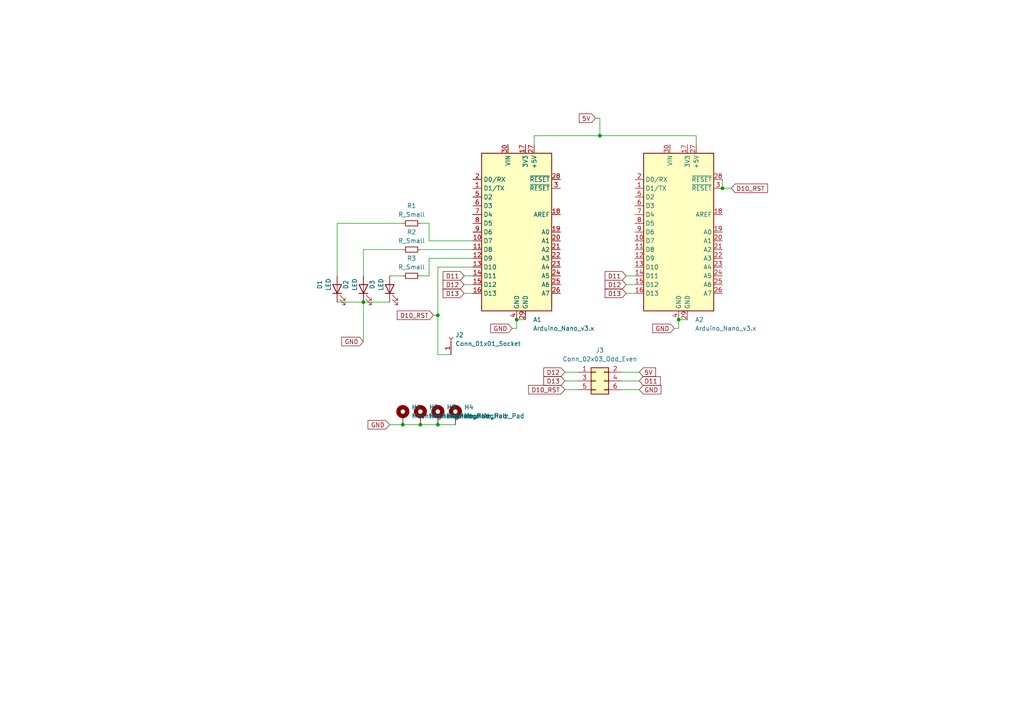
<source format=kicad_sch>
(kicad_sch (version 20230121) (generator eeschema)

  (uuid a3483800-f7dd-45d4-9f0f-3f6996cb5e31)

  (paper "A4")

  (lib_symbols
    (symbol "Connector:Conn_01x01_Socket" (pin_names (offset 1.016) hide) (in_bom yes) (on_board yes)
      (property "Reference" "J" (at 0 2.54 0)
        (effects (font (size 1.27 1.27)))
      )
      (property "Value" "Conn_01x01_Socket" (at 0 -2.54 0)
        (effects (font (size 1.27 1.27)))
      )
      (property "Footprint" "" (at 0 0 0)
        (effects (font (size 1.27 1.27)) hide)
      )
      (property "Datasheet" "~" (at 0 0 0)
        (effects (font (size 1.27 1.27)) hide)
      )
      (property "ki_locked" "" (at 0 0 0)
        (effects (font (size 1.27 1.27)))
      )
      (property "ki_keywords" "connector" (at 0 0 0)
        (effects (font (size 1.27 1.27)) hide)
      )
      (property "ki_description" "Generic connector, single row, 01x01, script generated" (at 0 0 0)
        (effects (font (size 1.27 1.27)) hide)
      )
      (property "ki_fp_filters" "Connector*:*_1x??_*" (at 0 0 0)
        (effects (font (size 1.27 1.27)) hide)
      )
      (symbol "Conn_01x01_Socket_1_1"
        (polyline
          (pts
            (xy -1.27 0)
            (xy -0.508 0)
          )
          (stroke (width 0.1524) (type default))
          (fill (type none))
        )
        (arc (start 0 0.508) (mid -0.5058 0) (end 0 -0.508)
          (stroke (width 0.1524) (type default))
          (fill (type none))
        )
        (pin passive line (at -5.08 0 0) (length 3.81)
          (name "Pin_1" (effects (font (size 1.27 1.27))))
          (number "1" (effects (font (size 1.27 1.27))))
        )
      )
    )
    (symbol "Connector_Generic:Conn_02x03_Odd_Even" (pin_names (offset 1.016) hide) (in_bom yes) (on_board yes)
      (property "Reference" "J" (at 1.27 5.08 0)
        (effects (font (size 1.27 1.27)))
      )
      (property "Value" "Conn_02x03_Odd_Even" (at 1.27 -5.08 0)
        (effects (font (size 1.27 1.27)))
      )
      (property "Footprint" "" (at 0 0 0)
        (effects (font (size 1.27 1.27)) hide)
      )
      (property "Datasheet" "~" (at 0 0 0)
        (effects (font (size 1.27 1.27)) hide)
      )
      (property "ki_keywords" "connector" (at 0 0 0)
        (effects (font (size 1.27 1.27)) hide)
      )
      (property "ki_description" "Generic connector, double row, 02x03, odd/even pin numbering scheme (row 1 odd numbers, row 2 even numbers), script generated (kicad-library-utils/schlib/autogen/connector/)" (at 0 0 0)
        (effects (font (size 1.27 1.27)) hide)
      )
      (property "ki_fp_filters" "Connector*:*_2x??_*" (at 0 0 0)
        (effects (font (size 1.27 1.27)) hide)
      )
      (symbol "Conn_02x03_Odd_Even_1_1"
        (rectangle (start -1.27 -2.413) (end 0 -2.667)
          (stroke (width 0.1524) (type default))
          (fill (type none))
        )
        (rectangle (start -1.27 0.127) (end 0 -0.127)
          (stroke (width 0.1524) (type default))
          (fill (type none))
        )
        (rectangle (start -1.27 2.667) (end 0 2.413)
          (stroke (width 0.1524) (type default))
          (fill (type none))
        )
        (rectangle (start -1.27 3.81) (end 3.81 -3.81)
          (stroke (width 0.254) (type default))
          (fill (type background))
        )
        (rectangle (start 3.81 -2.413) (end 2.54 -2.667)
          (stroke (width 0.1524) (type default))
          (fill (type none))
        )
        (rectangle (start 3.81 0.127) (end 2.54 -0.127)
          (stroke (width 0.1524) (type default))
          (fill (type none))
        )
        (rectangle (start 3.81 2.667) (end 2.54 2.413)
          (stroke (width 0.1524) (type default))
          (fill (type none))
        )
        (pin passive line (at -5.08 2.54 0) (length 3.81)
          (name "Pin_1" (effects (font (size 1.27 1.27))))
          (number "1" (effects (font (size 1.27 1.27))))
        )
        (pin passive line (at 7.62 2.54 180) (length 3.81)
          (name "Pin_2" (effects (font (size 1.27 1.27))))
          (number "2" (effects (font (size 1.27 1.27))))
        )
        (pin passive line (at -5.08 0 0) (length 3.81)
          (name "Pin_3" (effects (font (size 1.27 1.27))))
          (number "3" (effects (font (size 1.27 1.27))))
        )
        (pin passive line (at 7.62 0 180) (length 3.81)
          (name "Pin_4" (effects (font (size 1.27 1.27))))
          (number "4" (effects (font (size 1.27 1.27))))
        )
        (pin passive line (at -5.08 -2.54 0) (length 3.81)
          (name "Pin_5" (effects (font (size 1.27 1.27))))
          (number "5" (effects (font (size 1.27 1.27))))
        )
        (pin passive line (at 7.62 -2.54 180) (length 3.81)
          (name "Pin_6" (effects (font (size 1.27 1.27))))
          (number "6" (effects (font (size 1.27 1.27))))
        )
      )
    )
    (symbol "Device:LED" (pin_numbers hide) (pin_names (offset 1.016) hide) (in_bom yes) (on_board yes)
      (property "Reference" "D" (at 0 2.54 0)
        (effects (font (size 1.27 1.27)))
      )
      (property "Value" "LED" (at 0 -2.54 0)
        (effects (font (size 1.27 1.27)))
      )
      (property "Footprint" "" (at 0 0 0)
        (effects (font (size 1.27 1.27)) hide)
      )
      (property "Datasheet" "~" (at 0 0 0)
        (effects (font (size 1.27 1.27)) hide)
      )
      (property "ki_keywords" "LED diode" (at 0 0 0)
        (effects (font (size 1.27 1.27)) hide)
      )
      (property "ki_description" "Light emitting diode" (at 0 0 0)
        (effects (font (size 1.27 1.27)) hide)
      )
      (property "ki_fp_filters" "LED* LED_SMD:* LED_THT:*" (at 0 0 0)
        (effects (font (size 1.27 1.27)) hide)
      )
      (symbol "LED_0_1"
        (polyline
          (pts
            (xy -1.27 -1.27)
            (xy -1.27 1.27)
          )
          (stroke (width 0.254) (type default))
          (fill (type none))
        )
        (polyline
          (pts
            (xy -1.27 0)
            (xy 1.27 0)
          )
          (stroke (width 0) (type default))
          (fill (type none))
        )
        (polyline
          (pts
            (xy 1.27 -1.27)
            (xy 1.27 1.27)
            (xy -1.27 0)
            (xy 1.27 -1.27)
          )
          (stroke (width 0.254) (type default))
          (fill (type none))
        )
        (polyline
          (pts
            (xy -3.048 -0.762)
            (xy -4.572 -2.286)
            (xy -3.81 -2.286)
            (xy -4.572 -2.286)
            (xy -4.572 -1.524)
          )
          (stroke (width 0) (type default))
          (fill (type none))
        )
        (polyline
          (pts
            (xy -1.778 -0.762)
            (xy -3.302 -2.286)
            (xy -2.54 -2.286)
            (xy -3.302 -2.286)
            (xy -3.302 -1.524)
          )
          (stroke (width 0) (type default))
          (fill (type none))
        )
      )
      (symbol "LED_1_1"
        (pin passive line (at -3.81 0 0) (length 2.54)
          (name "K" (effects (font (size 1.27 1.27))))
          (number "1" (effects (font (size 1.27 1.27))))
        )
        (pin passive line (at 3.81 0 180) (length 2.54)
          (name "A" (effects (font (size 1.27 1.27))))
          (number "2" (effects (font (size 1.27 1.27))))
        )
      )
    )
    (symbol "Device:R_Small" (pin_numbers hide) (pin_names (offset 0.254) hide) (in_bom yes) (on_board yes)
      (property "Reference" "R" (at 0.762 0.508 0)
        (effects (font (size 1.27 1.27)) (justify left))
      )
      (property "Value" "R_Small" (at 0.762 -1.016 0)
        (effects (font (size 1.27 1.27)) (justify left))
      )
      (property "Footprint" "" (at 0 0 0)
        (effects (font (size 1.27 1.27)) hide)
      )
      (property "Datasheet" "~" (at 0 0 0)
        (effects (font (size 1.27 1.27)) hide)
      )
      (property "ki_keywords" "R resistor" (at 0 0 0)
        (effects (font (size 1.27 1.27)) hide)
      )
      (property "ki_description" "Resistor, small symbol" (at 0 0 0)
        (effects (font (size 1.27 1.27)) hide)
      )
      (property "ki_fp_filters" "R_*" (at 0 0 0)
        (effects (font (size 1.27 1.27)) hide)
      )
      (symbol "R_Small_0_1"
        (rectangle (start -0.762 1.778) (end 0.762 -1.778)
          (stroke (width 0.2032) (type default))
          (fill (type none))
        )
      )
      (symbol "R_Small_1_1"
        (pin passive line (at 0 2.54 270) (length 0.762)
          (name "~" (effects (font (size 1.27 1.27))))
          (number "1" (effects (font (size 1.27 1.27))))
        )
        (pin passive line (at 0 -2.54 90) (length 0.762)
          (name "~" (effects (font (size 1.27 1.27))))
          (number "2" (effects (font (size 1.27 1.27))))
        )
      )
    )
    (symbol "MCU_Module:Arduino_Nano_v3.x" (in_bom yes) (on_board yes)
      (property "Reference" "A" (at -10.16 23.495 0)
        (effects (font (size 1.27 1.27)) (justify left bottom))
      )
      (property "Value" "Arduino_Nano_v3.x" (at 5.08 -24.13 0)
        (effects (font (size 1.27 1.27)) (justify left top))
      )
      (property "Footprint" "Module:Arduino_Nano" (at 0 0 0)
        (effects (font (size 1.27 1.27) italic) hide)
      )
      (property "Datasheet" "http://www.mouser.com/pdfdocs/Gravitech_Arduino_Nano3_0.pdf" (at 0 0 0)
        (effects (font (size 1.27 1.27)) hide)
      )
      (property "ki_keywords" "Arduino nano microcontroller module USB" (at 0 0 0)
        (effects (font (size 1.27 1.27)) hide)
      )
      (property "ki_description" "Arduino Nano v3.x" (at 0 0 0)
        (effects (font (size 1.27 1.27)) hide)
      )
      (property "ki_fp_filters" "Arduino*Nano*" (at 0 0 0)
        (effects (font (size 1.27 1.27)) hide)
      )
      (symbol "Arduino_Nano_v3.x_0_1"
        (rectangle (start -10.16 22.86) (end 10.16 -22.86)
          (stroke (width 0.254) (type default))
          (fill (type background))
        )
      )
      (symbol "Arduino_Nano_v3.x_1_1"
        (pin bidirectional line (at -12.7 12.7 0) (length 2.54)
          (name "D1/TX" (effects (font (size 1.27 1.27))))
          (number "1" (effects (font (size 1.27 1.27))))
        )
        (pin bidirectional line (at -12.7 -2.54 0) (length 2.54)
          (name "D7" (effects (font (size 1.27 1.27))))
          (number "10" (effects (font (size 1.27 1.27))))
        )
        (pin bidirectional line (at -12.7 -5.08 0) (length 2.54)
          (name "D8" (effects (font (size 1.27 1.27))))
          (number "11" (effects (font (size 1.27 1.27))))
        )
        (pin bidirectional line (at -12.7 -7.62 0) (length 2.54)
          (name "D9" (effects (font (size 1.27 1.27))))
          (number "12" (effects (font (size 1.27 1.27))))
        )
        (pin bidirectional line (at -12.7 -10.16 0) (length 2.54)
          (name "D10" (effects (font (size 1.27 1.27))))
          (number "13" (effects (font (size 1.27 1.27))))
        )
        (pin bidirectional line (at -12.7 -12.7 0) (length 2.54)
          (name "D11" (effects (font (size 1.27 1.27))))
          (number "14" (effects (font (size 1.27 1.27))))
        )
        (pin bidirectional line (at -12.7 -15.24 0) (length 2.54)
          (name "D12" (effects (font (size 1.27 1.27))))
          (number "15" (effects (font (size 1.27 1.27))))
        )
        (pin bidirectional line (at -12.7 -17.78 0) (length 2.54)
          (name "D13" (effects (font (size 1.27 1.27))))
          (number "16" (effects (font (size 1.27 1.27))))
        )
        (pin power_out line (at 2.54 25.4 270) (length 2.54)
          (name "3V3" (effects (font (size 1.27 1.27))))
          (number "17" (effects (font (size 1.27 1.27))))
        )
        (pin input line (at 12.7 5.08 180) (length 2.54)
          (name "AREF" (effects (font (size 1.27 1.27))))
          (number "18" (effects (font (size 1.27 1.27))))
        )
        (pin bidirectional line (at 12.7 0 180) (length 2.54)
          (name "A0" (effects (font (size 1.27 1.27))))
          (number "19" (effects (font (size 1.27 1.27))))
        )
        (pin bidirectional line (at -12.7 15.24 0) (length 2.54)
          (name "D0/RX" (effects (font (size 1.27 1.27))))
          (number "2" (effects (font (size 1.27 1.27))))
        )
        (pin bidirectional line (at 12.7 -2.54 180) (length 2.54)
          (name "A1" (effects (font (size 1.27 1.27))))
          (number "20" (effects (font (size 1.27 1.27))))
        )
        (pin bidirectional line (at 12.7 -5.08 180) (length 2.54)
          (name "A2" (effects (font (size 1.27 1.27))))
          (number "21" (effects (font (size 1.27 1.27))))
        )
        (pin bidirectional line (at 12.7 -7.62 180) (length 2.54)
          (name "A3" (effects (font (size 1.27 1.27))))
          (number "22" (effects (font (size 1.27 1.27))))
        )
        (pin bidirectional line (at 12.7 -10.16 180) (length 2.54)
          (name "A4" (effects (font (size 1.27 1.27))))
          (number "23" (effects (font (size 1.27 1.27))))
        )
        (pin bidirectional line (at 12.7 -12.7 180) (length 2.54)
          (name "A5" (effects (font (size 1.27 1.27))))
          (number "24" (effects (font (size 1.27 1.27))))
        )
        (pin bidirectional line (at 12.7 -15.24 180) (length 2.54)
          (name "A6" (effects (font (size 1.27 1.27))))
          (number "25" (effects (font (size 1.27 1.27))))
        )
        (pin bidirectional line (at 12.7 -17.78 180) (length 2.54)
          (name "A7" (effects (font (size 1.27 1.27))))
          (number "26" (effects (font (size 1.27 1.27))))
        )
        (pin power_out line (at 5.08 25.4 270) (length 2.54)
          (name "+5V" (effects (font (size 1.27 1.27))))
          (number "27" (effects (font (size 1.27 1.27))))
        )
        (pin input line (at 12.7 15.24 180) (length 2.54)
          (name "~{RESET}" (effects (font (size 1.27 1.27))))
          (number "28" (effects (font (size 1.27 1.27))))
        )
        (pin power_in line (at 2.54 -25.4 90) (length 2.54)
          (name "GND" (effects (font (size 1.27 1.27))))
          (number "29" (effects (font (size 1.27 1.27))))
        )
        (pin input line (at 12.7 12.7 180) (length 2.54)
          (name "~{RESET}" (effects (font (size 1.27 1.27))))
          (number "3" (effects (font (size 1.27 1.27))))
        )
        (pin power_in line (at -2.54 25.4 270) (length 2.54)
          (name "VIN" (effects (font (size 1.27 1.27))))
          (number "30" (effects (font (size 1.27 1.27))))
        )
        (pin power_in line (at 0 -25.4 90) (length 2.54)
          (name "GND" (effects (font (size 1.27 1.27))))
          (number "4" (effects (font (size 1.27 1.27))))
        )
        (pin bidirectional line (at -12.7 10.16 0) (length 2.54)
          (name "D2" (effects (font (size 1.27 1.27))))
          (number "5" (effects (font (size 1.27 1.27))))
        )
        (pin bidirectional line (at -12.7 7.62 0) (length 2.54)
          (name "D3" (effects (font (size 1.27 1.27))))
          (number "6" (effects (font (size 1.27 1.27))))
        )
        (pin bidirectional line (at -12.7 5.08 0) (length 2.54)
          (name "D4" (effects (font (size 1.27 1.27))))
          (number "7" (effects (font (size 1.27 1.27))))
        )
        (pin bidirectional line (at -12.7 2.54 0) (length 2.54)
          (name "D5" (effects (font (size 1.27 1.27))))
          (number "8" (effects (font (size 1.27 1.27))))
        )
        (pin bidirectional line (at -12.7 0 0) (length 2.54)
          (name "D6" (effects (font (size 1.27 1.27))))
          (number "9" (effects (font (size 1.27 1.27))))
        )
      )
    )
    (symbol "Mechanical:MountingHole_Pad" (pin_numbers hide) (pin_names (offset 1.016) hide) (in_bom yes) (on_board yes)
      (property "Reference" "H" (at 0 6.35 0)
        (effects (font (size 1.27 1.27)))
      )
      (property "Value" "MountingHole_Pad" (at 0 4.445 0)
        (effects (font (size 1.27 1.27)))
      )
      (property "Footprint" "" (at 0 0 0)
        (effects (font (size 1.27 1.27)) hide)
      )
      (property "Datasheet" "~" (at 0 0 0)
        (effects (font (size 1.27 1.27)) hide)
      )
      (property "ki_keywords" "mounting hole" (at 0 0 0)
        (effects (font (size 1.27 1.27)) hide)
      )
      (property "ki_description" "Mounting Hole with connection" (at 0 0 0)
        (effects (font (size 1.27 1.27)) hide)
      )
      (property "ki_fp_filters" "MountingHole*Pad*" (at 0 0 0)
        (effects (font (size 1.27 1.27)) hide)
      )
      (symbol "MountingHole_Pad_0_1"
        (circle (center 0 1.27) (radius 1.27)
          (stroke (width 1.27) (type default))
          (fill (type none))
        )
      )
      (symbol "MountingHole_Pad_1_1"
        (pin input line (at 0 -2.54 90) (length 2.54)
          (name "1" (effects (font (size 1.27 1.27))))
          (number "1" (effects (font (size 1.27 1.27))))
        )
      )
    )
  )

  (junction (at 173.99 39.37) (diameter 0) (color 0 0 0 0)
    (uuid 1b4b6648-842c-41d0-8b53-5c88b7fe990c)
  )
  (junction (at 149.86 92.71) (diameter 0) (color 0 0 0 0)
    (uuid 27b5f4d1-f327-4b3e-8ec7-b823122140d6)
  )
  (junction (at 127 123.19) (diameter 0) (color 0 0 0 0)
    (uuid 3079d93b-730d-4222-93a3-b5ff90a0381b)
  )
  (junction (at 105.41 87.63) (diameter 0) (color 0 0 0 0)
    (uuid 4b1472fd-326c-49c7-b563-fcfd8eadc71f)
  )
  (junction (at 116.84 123.19) (diameter 0) (color 0 0 0 0)
    (uuid 5a80de07-30a2-4ec6-90ee-28ad97b71f36)
  )
  (junction (at 209.55 54.61) (diameter 0) (color 0 0 0 0)
    (uuid bd96d046-f247-4a10-aaec-62b6ffee6eaf)
  )
  (junction (at 127 91.44) (diameter 0) (color 0 0 0 0)
    (uuid c6bfd528-82d4-45e1-963a-7842b1fbc2fc)
  )
  (junction (at 121.92 123.19) (diameter 0) (color 0 0 0 0)
    (uuid f93aacc6-e488-41bb-bfa5-642396e8cfb5)
  )
  (junction (at 196.85 92.71) (diameter 0) (color 0 0 0 0)
    (uuid fee754d9-fdb5-4323-a12e-d5cff4a22961)
  )

  (wire (pts (xy 130.81 102.87) (xy 127 102.87))
    (stroke (width 0) (type default))
    (uuid 0818f16b-0186-459c-962a-879df7bd0a50)
  )
  (wire (pts (xy 149.86 92.71) (xy 152.4 92.71))
    (stroke (width 0) (type default))
    (uuid 11a26617-9df5-4381-86b0-7c92680c3890)
  )
  (wire (pts (xy 173.99 34.29) (xy 172.72 34.29))
    (stroke (width 0) (type default))
    (uuid 127ed936-3411-48b0-a72d-b1fb1bce2cb7)
  )
  (wire (pts (xy 124.46 69.85) (xy 124.46 64.77))
    (stroke (width 0) (type default))
    (uuid 20a7d302-4532-462a-9ad7-d09e0368650a)
  )
  (wire (pts (xy 209.55 54.61) (xy 212.09 54.61))
    (stroke (width 0) (type default))
    (uuid 24fcea99-8c8b-48bc-a434-ce27de1a4bf8)
  )
  (wire (pts (xy 154.94 39.37) (xy 173.99 39.37))
    (stroke (width 0) (type default))
    (uuid 28785563-1861-4d9e-a27f-c8b2379e1e27)
  )
  (wire (pts (xy 163.83 113.03) (xy 167.64 113.03))
    (stroke (width 0) (type default))
    (uuid 28b658ac-d1ea-4189-8fc4-307c54cf9eca)
  )
  (wire (pts (xy 124.46 74.93) (xy 124.46 80.01))
    (stroke (width 0) (type default))
    (uuid 39573cea-885a-4ca8-9870-f5c0eb410424)
  )
  (wire (pts (xy 181.61 85.09) (xy 184.15 85.09))
    (stroke (width 0) (type default))
    (uuid 3973a80a-925d-4bf9-92f5-002cd2eb1926)
  )
  (wire (pts (xy 195.58 95.25) (xy 196.85 95.25))
    (stroke (width 0) (type default))
    (uuid 437d6484-61e1-45d0-a1f4-4e297129494c)
  )
  (wire (pts (xy 134.62 82.55) (xy 137.16 82.55))
    (stroke (width 0) (type default))
    (uuid 4768bada-9faf-46ab-b050-67785b79897a)
  )
  (wire (pts (xy 181.61 80.01) (xy 184.15 80.01))
    (stroke (width 0) (type default))
    (uuid 4bf19f9e-ade4-450a-9ade-c55fbec71661)
  )
  (wire (pts (xy 137.16 69.85) (xy 124.46 69.85))
    (stroke (width 0) (type default))
    (uuid 54d51ecd-1d0b-4518-9356-693fbc2aad27)
  )
  (wire (pts (xy 180.34 110.49) (xy 185.42 110.49))
    (stroke (width 0) (type default))
    (uuid 5dd0eebd-5a1a-470f-ba1b-359d55cdc574)
  )
  (wire (pts (xy 116.84 72.39) (xy 105.41 72.39))
    (stroke (width 0) (type default))
    (uuid 6136843b-c7d5-4cb0-a5a0-8c383420a5fb)
  )
  (wire (pts (xy 105.41 87.63) (xy 113.03 87.63))
    (stroke (width 0) (type default))
    (uuid 6729b784-04d7-462d-b025-f07c5e946345)
  )
  (wire (pts (xy 127 102.87) (xy 127 91.44))
    (stroke (width 0) (type default))
    (uuid 684d3094-143f-4f65-b5ec-cd271bd3d87a)
  )
  (wire (pts (xy 163.83 110.49) (xy 167.64 110.49))
    (stroke (width 0) (type default))
    (uuid 690422eb-d924-4628-afac-2b006eb0b4f1)
  )
  (wire (pts (xy 137.16 77.47) (xy 127 77.47))
    (stroke (width 0) (type default))
    (uuid 6aabb448-a7dd-438b-af01-10e5fe65a22d)
  )
  (wire (pts (xy 149.86 95.25) (xy 149.86 92.71))
    (stroke (width 0) (type default))
    (uuid 7119466d-cabd-4267-8b20-770803eb22d2)
  )
  (wire (pts (xy 134.62 80.01) (xy 137.16 80.01))
    (stroke (width 0) (type default))
    (uuid 72e41cc8-da48-45ef-83a7-2de841a3e030)
  )
  (wire (pts (xy 137.16 74.93) (xy 124.46 74.93))
    (stroke (width 0) (type default))
    (uuid 781d4c3d-a5c4-4b94-b050-2fa1c9063671)
  )
  (wire (pts (xy 196.85 95.25) (xy 196.85 92.71))
    (stroke (width 0) (type default))
    (uuid 78375d01-7d2b-450d-9d5e-00788bc899e4)
  )
  (wire (pts (xy 181.61 82.55) (xy 184.15 82.55))
    (stroke (width 0) (type default))
    (uuid 8000b7ac-eb58-418e-891e-b214dcc6ecad)
  )
  (wire (pts (xy 201.93 39.37) (xy 201.93 41.91))
    (stroke (width 0) (type default))
    (uuid 87d71301-ca2d-4c24-92f5-9a823695bc3f)
  )
  (wire (pts (xy 148.59 95.25) (xy 149.86 95.25))
    (stroke (width 0) (type default))
    (uuid 886a4c9c-a409-4aed-85c5-289561a65e4e)
  )
  (wire (pts (xy 116.84 123.19) (xy 121.92 123.19))
    (stroke (width 0) (type default))
    (uuid 8a21ea9b-286e-4ec1-baee-1808fa009dae)
  )
  (wire (pts (xy 105.41 87.63) (xy 105.41 99.06))
    (stroke (width 0) (type default))
    (uuid 8d23d110-94ee-45f3-8dc4-975bdeeba12a)
  )
  (wire (pts (xy 116.84 80.01) (xy 113.03 80.01))
    (stroke (width 0) (type default))
    (uuid 8d6e2f8f-ee01-4e05-8b0c-2d7c9fc648fb)
  )
  (wire (pts (xy 121.92 123.19) (xy 127 123.19))
    (stroke (width 0) (type default))
    (uuid 9000fdd6-f02e-41d9-8b57-2dbab3b227f1)
  )
  (wire (pts (xy 97.79 64.77) (xy 116.84 64.77))
    (stroke (width 0) (type default))
    (uuid 90cbe05b-8ce4-4542-986e-a9ab9c58470b)
  )
  (wire (pts (xy 180.34 113.03) (xy 185.42 113.03))
    (stroke (width 0) (type default))
    (uuid 9457c11d-bad1-4396-adb4-133c153df653)
  )
  (wire (pts (xy 173.99 39.37) (xy 173.99 34.29))
    (stroke (width 0) (type default))
    (uuid bba3cb32-dd0f-4b48-8df9-a933eb536da4)
  )
  (wire (pts (xy 173.99 39.37) (xy 201.93 39.37))
    (stroke (width 0) (type default))
    (uuid cc09f2f8-d47d-4a7f-b7a6-d32e6fff76ff)
  )
  (wire (pts (xy 124.46 80.01) (xy 121.92 80.01))
    (stroke (width 0) (type default))
    (uuid cee8d6ba-7385-479b-9345-b36b06fe6f2b)
  )
  (wire (pts (xy 134.62 85.09) (xy 137.16 85.09))
    (stroke (width 0) (type default))
    (uuid cf2bc29b-aa7d-4a17-aa76-0627bf39b892)
  )
  (wire (pts (xy 127 123.19) (xy 132.08 123.19))
    (stroke (width 0) (type default))
    (uuid cff52555-2da4-47b1-97fa-49ee284d655c)
  )
  (wire (pts (xy 196.85 92.71) (xy 199.39 92.71))
    (stroke (width 0) (type default))
    (uuid d1c93685-caf0-410d-91d4-2331962231af)
  )
  (wire (pts (xy 121.92 72.39) (xy 137.16 72.39))
    (stroke (width 0) (type default))
    (uuid d294633a-9043-4582-a8fd-337d08999167)
  )
  (wire (pts (xy 154.94 41.91) (xy 154.94 39.37))
    (stroke (width 0) (type default))
    (uuid d3dcc5a4-6a44-47d2-bd0a-1a23c1ed75ce)
  )
  (wire (pts (xy 113.03 123.19) (xy 116.84 123.19))
    (stroke (width 0) (type default))
    (uuid d4eae8e9-277a-4884-97dc-38069e959027)
  )
  (wire (pts (xy 125.73 91.44) (xy 127 91.44))
    (stroke (width 0) (type default))
    (uuid d5bca6ec-c641-4969-8e44-cc0e2da33850)
  )
  (wire (pts (xy 180.34 107.95) (xy 185.42 107.95))
    (stroke (width 0) (type default))
    (uuid da47e5e1-ad4e-4a97-aecb-59a61a8ebfdc)
  )
  (wire (pts (xy 97.79 80.01) (xy 97.79 64.77))
    (stroke (width 0) (type default))
    (uuid e33fa74c-e905-4808-8ad7-5bf404bdc504)
  )
  (wire (pts (xy 127 77.47) (xy 127 91.44))
    (stroke (width 0) (type default))
    (uuid f0b1225a-1c59-4225-8371-f550fb674c87)
  )
  (wire (pts (xy 97.79 87.63) (xy 105.41 87.63))
    (stroke (width 0) (type default))
    (uuid f43b8c46-5c58-40d5-b014-72f25a7d4ebd)
  )
  (wire (pts (xy 163.83 107.95) (xy 167.64 107.95))
    (stroke (width 0) (type default))
    (uuid f535a4d7-e1ed-43aa-8641-335cbca737c4)
  )
  (wire (pts (xy 124.46 64.77) (xy 121.92 64.77))
    (stroke (width 0) (type default))
    (uuid f6063f69-0b61-4620-a29d-cebb838f4ac7)
  )
  (wire (pts (xy 105.41 72.39) (xy 105.41 80.01))
    (stroke (width 0) (type default))
    (uuid f6c64839-5ddb-4644-a212-c0480e2bbc7f)
  )
  (wire (pts (xy 209.55 52.07) (xy 209.55 54.61))
    (stroke (width 0) (type default))
    (uuid fb6af122-9bd4-48ef-80de-0cf95f31d027)
  )

  (global_label "D11" (shape input) (at 185.42 110.49 0) (fields_autoplaced)
    (effects (font (size 1.27 1.27)) (justify left))
    (uuid 0dde05b3-7ef6-4a4f-beb3-6a9c7ff4480f)
    (property "Intersheetrefs" "${INTERSHEET_REFS}" (at 192.0942 110.49 0)
      (effects (font (size 1.27 1.27)) (justify left) hide)
    )
  )
  (global_label "D11" (shape input) (at 181.61 80.01 180) (fields_autoplaced)
    (effects (font (size 1.27 1.27)) (justify right))
    (uuid 17ca3c48-e7e1-4ea4-9b37-1b57e5d95880)
    (property "Intersheetrefs" "${INTERSHEET_REFS}" (at 174.9358 80.01 0)
      (effects (font (size 1.27 1.27)) (justify right) hide)
    )
  )
  (global_label "GND" (shape input) (at 148.59 95.25 180) (fields_autoplaced)
    (effects (font (size 1.27 1.27)) (justify right))
    (uuid 1a9a33ef-040c-4b97-a4d2-009336e3b041)
    (property "Intersheetrefs" "${INTERSHEET_REFS}" (at 141.7343 95.25 0)
      (effects (font (size 1.27 1.27)) (justify right) hide)
    )
  )
  (global_label "GND" (shape input) (at 195.58 95.25 180) (fields_autoplaced)
    (effects (font (size 1.27 1.27)) (justify right))
    (uuid 3a857470-20d0-4b85-a20f-e6b5360a3812)
    (property "Intersheetrefs" "${INTERSHEET_REFS}" (at 188.7243 95.25 0)
      (effects (font (size 1.27 1.27)) (justify right) hide)
    )
  )
  (global_label "5V" (shape input) (at 172.72 34.29 180) (fields_autoplaced)
    (effects (font (size 1.27 1.27)) (justify right))
    (uuid 7bfa1b43-74ab-46c4-b8f0-02ce896579fa)
    (property "Intersheetrefs" "${INTERSHEET_REFS}" (at 167.4367 34.29 0)
      (effects (font (size 1.27 1.27)) (justify right) hide)
    )
  )
  (global_label "5V" (shape input) (at 185.42 107.95 0) (fields_autoplaced)
    (effects (font (size 1.27 1.27)) (justify left))
    (uuid 7c4a3dfb-5a45-417c-8c58-b444d4b68b95)
    (property "Intersheetrefs" "${INTERSHEET_REFS}" (at 190.7033 107.95 0)
      (effects (font (size 1.27 1.27)) (justify left) hide)
    )
  )
  (global_label "GND" (shape input) (at 113.03 123.19 180) (fields_autoplaced)
    (effects (font (size 1.27 1.27)) (justify right))
    (uuid 8855f474-7e68-472f-9a64-5a8b1ed4bbfa)
    (property "Intersheetrefs" "${INTERSHEET_REFS}" (at 106.1743 123.19 0)
      (effects (font (size 1.27 1.27)) (justify right) hide)
    )
  )
  (global_label "GND" (shape input) (at 105.41 99.06 180) (fields_autoplaced)
    (effects (font (size 1.27 1.27)) (justify right))
    (uuid 90bb8c49-8a19-4a8f-8868-595c8ab6f80a)
    (property "Intersheetrefs" "${INTERSHEET_REFS}" (at 98.5543 99.06 0)
      (effects (font (size 1.27 1.27)) (justify right) hide)
    )
  )
  (global_label "D12" (shape input) (at 181.61 82.55 180) (fields_autoplaced)
    (effects (font (size 1.27 1.27)) (justify right))
    (uuid 941ff195-cfa8-4c5c-aed5-18e2d95dd49b)
    (property "Intersheetrefs" "${INTERSHEET_REFS}" (at 174.9358 82.55 0)
      (effects (font (size 1.27 1.27)) (justify right) hide)
    )
  )
  (global_label "D10_RST" (shape input) (at 125.73 91.44 180) (fields_autoplaced)
    (effects (font (size 1.27 1.27)) (justify right))
    (uuid 9abf5376-1db4-4aeb-8d5d-ececf3708325)
    (property "Intersheetrefs" "${INTERSHEET_REFS}" (at 114.6411 91.44 0)
      (effects (font (size 1.27 1.27)) (justify right) hide)
    )
  )
  (global_label "D10_RST" (shape input) (at 212.09 54.61 0) (fields_autoplaced)
    (effects (font (size 1.27 1.27)) (justify left))
    (uuid aba6440d-e3eb-4d2f-a21e-f2c987500d45)
    (property "Intersheetrefs" "${INTERSHEET_REFS}" (at 223.1789 54.61 0)
      (effects (font (size 1.27 1.27)) (justify left) hide)
    )
  )
  (global_label "D13" (shape input) (at 163.83 110.49 180) (fields_autoplaced)
    (effects (font (size 1.27 1.27)) (justify right))
    (uuid b5d0844e-8b1e-473c-82f6-b34414c865ce)
    (property "Intersheetrefs" "${INTERSHEET_REFS}" (at 157.1558 110.49 0)
      (effects (font (size 1.27 1.27)) (justify right) hide)
    )
  )
  (global_label "D12" (shape input) (at 163.83 107.95 180) (fields_autoplaced)
    (effects (font (size 1.27 1.27)) (justify right))
    (uuid b6836bc5-cdba-4018-b910-73573ff3f016)
    (property "Intersheetrefs" "${INTERSHEET_REFS}" (at 157.1558 107.95 0)
      (effects (font (size 1.27 1.27)) (justify right) hide)
    )
  )
  (global_label "D13" (shape input) (at 134.62 85.09 180) (fields_autoplaced)
    (effects (font (size 1.27 1.27)) (justify right))
    (uuid d3b80699-bfda-4d2e-89cd-78e47b5dbd7f)
    (property "Intersheetrefs" "${INTERSHEET_REFS}" (at 127.9458 85.09 0)
      (effects (font (size 1.27 1.27)) (justify right) hide)
    )
  )
  (global_label "GND" (shape input) (at 185.42 113.03 0) (fields_autoplaced)
    (effects (font (size 1.27 1.27)) (justify left))
    (uuid dc7cd65b-532f-47ab-9ff1-0180b8f64dd1)
    (property "Intersheetrefs" "${INTERSHEET_REFS}" (at 192.2757 113.03 0)
      (effects (font (size 1.27 1.27)) (justify left) hide)
    )
  )
  (global_label "D10_RST" (shape input) (at 163.83 113.03 180) (fields_autoplaced)
    (effects (font (size 1.27 1.27)) (justify right))
    (uuid e259b51b-4114-4485-b875-d984e1732c8d)
    (property "Intersheetrefs" "${INTERSHEET_REFS}" (at 152.7411 113.03 0)
      (effects (font (size 1.27 1.27)) (justify right) hide)
    )
  )
  (global_label "D12" (shape input) (at 134.62 82.55 180) (fields_autoplaced)
    (effects (font (size 1.27 1.27)) (justify right))
    (uuid ec8eb9b6-5339-4b49-957c-5b9df2303c77)
    (property "Intersheetrefs" "${INTERSHEET_REFS}" (at 127.9458 82.55 0)
      (effects (font (size 1.27 1.27)) (justify right) hide)
    )
  )
  (global_label "D13" (shape input) (at 181.61 85.09 180) (fields_autoplaced)
    (effects (font (size 1.27 1.27)) (justify right))
    (uuid efce9ab4-baf4-4b19-8717-78f39f6f4409)
    (property "Intersheetrefs" "${INTERSHEET_REFS}" (at 174.9358 85.09 0)
      (effects (font (size 1.27 1.27)) (justify right) hide)
    )
  )
  (global_label "D11" (shape input) (at 134.62 80.01 180) (fields_autoplaced)
    (effects (font (size 1.27 1.27)) (justify right))
    (uuid f5170268-cb81-4df7-9703-e61906a56c74)
    (property "Intersheetrefs" "${INTERSHEET_REFS}" (at 127.9458 80.01 0)
      (effects (font (size 1.27 1.27)) (justify right) hide)
    )
  )

  (symbol (lib_id "Mechanical:MountingHole_Pad") (at 121.92 120.65 0) (unit 1)
    (in_bom yes) (on_board yes) (dnp no) (fields_autoplaced)
    (uuid 1378c55e-0256-4aed-a6cc-8977e69ede1f)
    (property "Reference" "H2" (at 124.46 118.11 0)
      (effects (font (size 1.27 1.27)) (justify left))
    )
    (property "Value" "MountingHole_Pad" (at 124.46 120.65 0)
      (effects (font (size 1.27 1.27)) (justify left))
    )
    (property "Footprint" "MountingHole:MountingHole_3.2mm_M3_Pad" (at 121.92 120.65 0)
      (effects (font (size 1.27 1.27)) hide)
    )
    (property "Datasheet" "~" (at 121.92 120.65 0)
      (effects (font (size 1.27 1.27)) hide)
    )
    (pin "1" (uuid d7baded3-b8a8-48cb-b92f-a3fbf7ac9e90))
    (instances
      (project "icsp_programmer"
        (path "/a3483800-f7dd-45d4-9f0f-3f6996cb5e31"
          (reference "H2") (unit 1)
        )
      )
    )
  )

  (symbol (lib_id "Device:R_Small") (at 119.38 80.01 270) (unit 1)
    (in_bom yes) (on_board yes) (dnp no) (fields_autoplaced)
    (uuid 169fdea4-eab8-40cc-8d58-036e1bb4cb61)
    (property "Reference" "R3" (at 119.38 74.93 90)
      (effects (font (size 1.27 1.27)))
    )
    (property "Value" "R_Small" (at 119.38 77.47 90)
      (effects (font (size 1.27 1.27)))
    )
    (property "Footprint" "Resistor_THT:R_Axial_DIN0207_L6.3mm_D2.5mm_P7.62mm_Horizontal" (at 119.38 80.01 0)
      (effects (font (size 1.27 1.27)) hide)
    )
    (property "Datasheet" "~" (at 119.38 80.01 0)
      (effects (font (size 1.27 1.27)) hide)
    )
    (pin "2" (uuid c82651f8-72c9-4c8c-b429-3057bf3bcd30))
    (pin "1" (uuid 4e1848f9-eb07-401d-85e2-b8d4b3b5c04b))
    (instances
      (project "icsp_programmer"
        (path "/a3483800-f7dd-45d4-9f0f-3f6996cb5e31"
          (reference "R3") (unit 1)
        )
      )
    )
  )

  (symbol (lib_id "Mechanical:MountingHole_Pad") (at 132.08 120.65 0) (unit 1)
    (in_bom yes) (on_board yes) (dnp no) (fields_autoplaced)
    (uuid 44544085-0c43-4eab-816a-bd6f364931ea)
    (property "Reference" "H4" (at 134.62 118.11 0)
      (effects (font (size 1.27 1.27)) (justify left))
    )
    (property "Value" "MountingHole_Pad" (at 134.62 120.65 0)
      (effects (font (size 1.27 1.27)) (justify left))
    )
    (property "Footprint" "MountingHole:MountingHole_3.2mm_M3_Pad" (at 132.08 120.65 0)
      (effects (font (size 1.27 1.27)) hide)
    )
    (property "Datasheet" "~" (at 132.08 120.65 0)
      (effects (font (size 1.27 1.27)) hide)
    )
    (pin "1" (uuid 6e1f0371-5608-47cc-afac-2702237c5db8))
    (instances
      (project "icsp_programmer"
        (path "/a3483800-f7dd-45d4-9f0f-3f6996cb5e31"
          (reference "H4") (unit 1)
        )
      )
    )
  )

  (symbol (lib_id "MCU_Module:Arduino_Nano_v3.x") (at 196.85 67.31 0) (unit 1)
    (in_bom yes) (on_board yes) (dnp no) (fields_autoplaced)
    (uuid 5f37a266-fa6d-484a-ae6b-5c1b9fc5e33b)
    (property "Reference" "A2" (at 201.5841 92.71 0)
      (effects (font (size 1.27 1.27)) (justify left))
    )
    (property "Value" "Arduino_Nano_v3.x" (at 201.5841 95.25 0)
      (effects (font (size 1.27 1.27)) (justify left))
    )
    (property "Footprint" "Module:Arduino_Nano" (at 196.85 67.31 0)
      (effects (font (size 1.27 1.27) italic) hide)
    )
    (property "Datasheet" "http://www.mouser.com/pdfdocs/Gravitech_Arduino_Nano3_0.pdf" (at 196.85 67.31 0)
      (effects (font (size 1.27 1.27)) hide)
    )
    (pin "15" (uuid cd648ba3-12f5-4f0a-b89f-320881301157))
    (pin "12" (uuid 76de49ec-8fbf-4a55-b1bf-471d9befc82b))
    (pin "30" (uuid febfa385-1c38-4dec-bbf3-eb46b3cdb22c))
    (pin "6" (uuid c76c01c9-81fd-4d4b-b2cf-2a1b8c6eff0c))
    (pin "16" (uuid d798f6c8-bb49-467e-9fa2-e9e4846f6542))
    (pin "5" (uuid ead6e7e8-24e8-4785-91ab-8673b8315806))
    (pin "13" (uuid b6a623e5-d47a-4e3a-a5dd-41d0670d4f59))
    (pin "25" (uuid 1c1a0015-5ec9-4b57-bff4-ea1fdd28d597))
    (pin "3" (uuid 200b1575-4a0a-43ad-b6e7-15cd01c914b7))
    (pin "14" (uuid 8b2b504d-06a0-4045-949f-283dd16ec686))
    (pin "8" (uuid 0caca675-ae67-43e5-a0cb-b6ef4df91954))
    (pin "7" (uuid 37ef03df-19ad-4a72-8c4b-d25cf757418c))
    (pin "11" (uuid 3a9449a1-7bc8-4058-af69-aa750c16808c))
    (pin "18" (uuid 2e710e75-b25d-44ab-ba98-d2adf58a332b))
    (pin "19" (uuid a20b3fa3-7869-435d-a9df-afd7d2606ddb))
    (pin "2" (uuid 3bdc4577-8ced-4e61-9c4a-f524f7f795e6))
    (pin "29" (uuid a593892d-6e15-4553-9a67-87dd93691734))
    (pin "20" (uuid bd82bf90-feb5-482a-9095-872838e58ed5))
    (pin "1" (uuid daa41550-aa59-4362-aa03-3815844ca3d7))
    (pin "23" (uuid 714efabc-b954-4e82-a48d-5d1924c559c8))
    (pin "26" (uuid 3dcdd123-529b-44ad-a68c-31ef832b0461))
    (pin "17" (uuid c3c2b657-3b11-4040-8674-d8462f8e13a5))
    (pin "24" (uuid 61197306-45c4-40e9-b8f1-0f917f4d401a))
    (pin "10" (uuid 1d0bf833-d409-42e2-b3b1-0fc92bec2419))
    (pin "9" (uuid 46a16b8f-11cc-4ff8-b1b7-6ea8d37569ad))
    (pin "27" (uuid d2a178d0-1bc4-4d71-ae74-a75a6d747d60))
    (pin "21" (uuid e05b1094-2f60-4648-b0b5-482b5116b7be))
    (pin "4" (uuid b2ef27d9-3525-4bd5-b461-1cec89903059))
    (pin "28" (uuid 2c9bbf35-13db-47f6-b3ac-9a49eaa69064))
    (pin "22" (uuid c37815b7-1678-492f-b5af-75af36314131))
    (instances
      (project "icsp_programmer"
        (path "/a3483800-f7dd-45d4-9f0f-3f6996cb5e31"
          (reference "A2") (unit 1)
        )
      )
    )
  )

  (symbol (lib_id "Mechanical:MountingHole_Pad") (at 116.84 120.65 0) (unit 1)
    (in_bom yes) (on_board yes) (dnp no) (fields_autoplaced)
    (uuid 665dca0b-94d7-4ee7-9ffc-5e2396eb01de)
    (property "Reference" "H1" (at 119.38 118.11 0)
      (effects (font (size 1.27 1.27)) (justify left))
    )
    (property "Value" "MountingHole_Pad" (at 119.38 120.65 0)
      (effects (font (size 1.27 1.27)) (justify left))
    )
    (property "Footprint" "MountingHole:MountingHole_3.2mm_M3_Pad" (at 116.84 120.65 0)
      (effects (font (size 1.27 1.27)) hide)
    )
    (property "Datasheet" "~" (at 116.84 120.65 0)
      (effects (font (size 1.27 1.27)) hide)
    )
    (pin "1" (uuid 2dd09c0f-9ec3-4d87-8c26-adcf6a4e7e16))
    (instances
      (project "icsp_programmer"
        (path "/a3483800-f7dd-45d4-9f0f-3f6996cb5e31"
          (reference "H1") (unit 1)
        )
      )
    )
  )

  (symbol (lib_id "Connector_Generic:Conn_02x03_Odd_Even") (at 172.72 110.49 0) (unit 1)
    (in_bom yes) (on_board yes) (dnp no) (fields_autoplaced)
    (uuid 6afe4531-7bab-4aae-8826-758af7537670)
    (property "Reference" "J3" (at 173.99 101.6 0)
      (effects (font (size 1.27 1.27)))
    )
    (property "Value" "Conn_02x03_Odd_Even" (at 173.99 104.14 0)
      (effects (font (size 1.27 1.27)))
    )
    (property "Footprint" "Connector_PinHeader_2.54mm:PinHeader_2x03_P2.54mm_Vertical" (at 172.72 110.49 0)
      (effects (font (size 1.27 1.27)) hide)
    )
    (property "Datasheet" "~" (at 172.72 110.49 0)
      (effects (font (size 1.27 1.27)) hide)
    )
    (pin "3" (uuid ea042f21-6eda-4543-bed0-fff20124fa70))
    (pin "2" (uuid 8c726ba5-9773-47fa-a978-490d7b3dcacc))
    (pin "6" (uuid 0f72ae13-84cc-4aa8-b9d5-98a4506c636d))
    (pin "1" (uuid 7b417816-0627-4023-9503-468098e50959))
    (pin "4" (uuid 707e9488-0ab6-4082-acc8-055bd016bf8d))
    (pin "5" (uuid 94a0b1bc-1bf4-4daa-92da-c435ed95611e))
    (instances
      (project "icsp_programmer"
        (path "/a3483800-f7dd-45d4-9f0f-3f6996cb5e31"
          (reference "J3") (unit 1)
        )
      )
    )
  )

  (symbol (lib_id "MCU_Module:Arduino_Nano_v3.x") (at 149.86 67.31 0) (unit 1)
    (in_bom yes) (on_board yes) (dnp no) (fields_autoplaced)
    (uuid 6bce9216-25ca-46aa-83d8-7d64a929b53c)
    (property "Reference" "A1" (at 154.5941 92.71 0)
      (effects (font (size 1.27 1.27)) (justify left))
    )
    (property "Value" "Arduino_Nano_v3.x" (at 154.5941 95.25 0)
      (effects (font (size 1.27 1.27)) (justify left))
    )
    (property "Footprint" "Module:Arduino_Nano" (at 149.86 67.31 0)
      (effects (font (size 1.27 1.27) italic) hide)
    )
    (property "Datasheet" "http://www.mouser.com/pdfdocs/Gravitech_Arduino_Nano3_0.pdf" (at 149.86 67.31 0)
      (effects (font (size 1.27 1.27)) hide)
    )
    (pin "15" (uuid f91c5f3d-44c8-4cfe-b61f-33a4c2a3d0f7))
    (pin "12" (uuid 705d5327-5565-4de9-ad1e-bc46326b40f0))
    (pin "30" (uuid 87e3e3ab-5dd1-48f1-8ea1-74f3ed22702b))
    (pin "6" (uuid a497f182-09b6-4895-82c1-0c55d87ac264))
    (pin "16" (uuid 0d656d6b-a7e8-41f7-82b8-f14b9bb28b09))
    (pin "5" (uuid 9243b6d7-896c-4c5e-906b-18fb41f89444))
    (pin "13" (uuid 0e6ae061-3d34-4660-a3af-1dbabd285c7e))
    (pin "25" (uuid adffa3e2-a4ff-425e-900b-499444215aa2))
    (pin "3" (uuid ef48b9b0-d908-4ed2-a0a9-d741a66246dc))
    (pin "14" (uuid 0129d1d3-bcc0-4fe8-bd79-0c275d184a18))
    (pin "8" (uuid 09f8baca-4f9f-453c-b86f-678fbafe4bee))
    (pin "7" (uuid 1fb5bc81-0403-48bc-bda6-9ddf5dd1c3aa))
    (pin "11" (uuid 6dbc7d27-67d3-4120-a52f-b36d1ec3e36c))
    (pin "18" (uuid 62ea45ac-0ba4-4d12-b873-53b20f35ab44))
    (pin "19" (uuid 3c80f77b-7608-4e07-a1fd-1a6bcfc35965))
    (pin "2" (uuid 52a67287-a61f-43ab-a4dd-c6f6c4ad3487))
    (pin "29" (uuid a6021f6e-c721-4b52-a738-ed4ba2132adc))
    (pin "20" (uuid 3fd0c022-eb5a-4a79-8204-922fb4c2d3aa))
    (pin "1" (uuid 8e3e5994-6193-471e-aa69-4a0a58a6014d))
    (pin "23" (uuid 57f5bd74-91c5-4b82-b9b9-f7547c653fd5))
    (pin "26" (uuid 35bd993a-2140-4f8f-bb66-0872bb918976))
    (pin "17" (uuid 22f7b8fb-b51e-47d1-9c23-be28ec71605d))
    (pin "24" (uuid 962e0643-3f6e-4f83-8d44-23aaec0a3474))
    (pin "10" (uuid 97b13476-34c5-4572-8803-93ad28b363c4))
    (pin "9" (uuid 0670b163-d360-4654-9e0f-1614dc44d27e))
    (pin "27" (uuid 44f5029e-cab4-439b-9510-cb03ae381727))
    (pin "21" (uuid 33dd522a-77f7-478f-8ba7-bf26f2f10562))
    (pin "4" (uuid d8656771-8b4a-4001-8f39-bb3778475838))
    (pin "28" (uuid 205b4b67-1e4b-4737-80eb-fffe1c11de91))
    (pin "22" (uuid ad57d2e4-4190-4549-b902-cee2576bddb7))
    (instances
      (project "icsp_programmer"
        (path "/a3483800-f7dd-45d4-9f0f-3f6996cb5e31"
          (reference "A1") (unit 1)
        )
      )
    )
  )

  (symbol (lib_id "Device:R_Small") (at 119.38 64.77 90) (unit 1)
    (in_bom yes) (on_board yes) (dnp no) (fields_autoplaced)
    (uuid 7929db38-54d0-46fb-81a2-e0d113f712e4)
    (property "Reference" "R1" (at 119.38 59.69 90)
      (effects (font (size 1.27 1.27)))
    )
    (property "Value" "R_Small" (at 119.38 62.23 90)
      (effects (font (size 1.27 1.27)))
    )
    (property "Footprint" "Resistor_THT:R_Axial_DIN0207_L6.3mm_D2.5mm_P7.62mm_Horizontal" (at 119.38 64.77 0)
      (effects (font (size 1.27 1.27)) hide)
    )
    (property "Datasheet" "~" (at 119.38 64.77 0)
      (effects (font (size 1.27 1.27)) hide)
    )
    (pin "2" (uuid 165bc2b8-7679-40e2-b9cf-4739f4db6110))
    (pin "1" (uuid b3456f4a-cfd4-43d1-a4dd-db99e7b8bb18))
    (instances
      (project "icsp_programmer"
        (path "/a3483800-f7dd-45d4-9f0f-3f6996cb5e31"
          (reference "R1") (unit 1)
        )
      )
    )
  )

  (symbol (lib_id "Connector:Conn_01x01_Socket") (at 130.81 97.79 90) (unit 1)
    (in_bom yes) (on_board yes) (dnp no) (fields_autoplaced)
    (uuid 89684884-5726-446a-8ddc-15490eccb1bd)
    (property "Reference" "J2" (at 132.08 97.155 90)
      (effects (font (size 1.27 1.27)) (justify right))
    )
    (property "Value" "Conn_01x01_Socket" (at 132.08 99.695 90)
      (effects (font (size 1.27 1.27)) (justify right))
    )
    (property "Footprint" "Connector_PinHeader_2.54mm:PinHeader_1x01_P2.54mm_Vertical" (at 130.81 97.79 0)
      (effects (font (size 1.27 1.27)) hide)
    )
    (property "Datasheet" "~" (at 130.81 97.79 0)
      (effects (font (size 1.27 1.27)) hide)
    )
    (pin "1" (uuid d28dd30b-dc2e-4273-abf3-29aaf7c57a1d))
    (instances
      (project "icsp_programmer"
        (path "/a3483800-f7dd-45d4-9f0f-3f6996cb5e31"
          (reference "J2") (unit 1)
        )
      )
    )
  )

  (symbol (lib_id "Device:LED") (at 113.03 83.82 90) (unit 1)
    (in_bom yes) (on_board yes) (dnp no)
    (uuid 9b330a7a-dd98-489a-a58b-262439925b1c)
    (property "Reference" "D3" (at 107.95 82.55 0)
      (effects (font (size 1.27 1.27)))
    )
    (property "Value" "LED" (at 110.49 82.55 0)
      (effects (font (size 1.27 1.27)))
    )
    (property "Footprint" "LED_THT:LED_D5.0mm" (at 113.03 83.82 0)
      (effects (font (size 1.27 1.27)) hide)
    )
    (property "Datasheet" "~" (at 113.03 83.82 0)
      (effects (font (size 1.27 1.27)) hide)
    )
    (pin "1" (uuid b3cf2612-3524-409d-920f-6e3253c81290))
    (pin "2" (uuid 5bce500f-23bd-4d95-9baf-5971e7cf3299))
    (instances
      (project "icsp_programmer"
        (path "/a3483800-f7dd-45d4-9f0f-3f6996cb5e31"
          (reference "D3") (unit 1)
        )
      )
    )
  )

  (symbol (lib_id "Device:R_Small") (at 119.38 72.39 270) (unit 1)
    (in_bom yes) (on_board yes) (dnp no) (fields_autoplaced)
    (uuid a46d9fbb-a397-4754-b3ce-e186f5be7f2e)
    (property "Reference" "R2" (at 119.38 67.31 90)
      (effects (font (size 1.27 1.27)))
    )
    (property "Value" "R_Small" (at 119.38 69.85 90)
      (effects (font (size 1.27 1.27)))
    )
    (property "Footprint" "Resistor_THT:R_Axial_DIN0207_L6.3mm_D2.5mm_P7.62mm_Horizontal" (at 119.38 72.39 0)
      (effects (font (size 1.27 1.27)) hide)
    )
    (property "Datasheet" "~" (at 119.38 72.39 0)
      (effects (font (size 1.27 1.27)) hide)
    )
    (pin "2" (uuid 7a734c6d-7573-42ff-9793-d6d63cd85a74))
    (pin "1" (uuid 432afa74-5639-48a5-ad17-5fb0efcfb4ef))
    (instances
      (project "icsp_programmer"
        (path "/a3483800-f7dd-45d4-9f0f-3f6996cb5e31"
          (reference "R2") (unit 1)
        )
      )
    )
  )

  (symbol (lib_id "Device:LED") (at 97.79 83.82 90) (unit 1)
    (in_bom yes) (on_board yes) (dnp no)
    (uuid b135fbbb-46df-4688-8835-79d1a8b55557)
    (property "Reference" "D1" (at 92.71 82.55 0)
      (effects (font (size 1.27 1.27)))
    )
    (property "Value" "LED" (at 95.25 82.55 0)
      (effects (font (size 1.27 1.27)))
    )
    (property "Footprint" "LED_THT:LED_D5.0mm" (at 97.79 83.82 0)
      (effects (font (size 1.27 1.27)) hide)
    )
    (property "Datasheet" "~" (at 97.79 83.82 0)
      (effects (font (size 1.27 1.27)) hide)
    )
    (pin "1" (uuid a9f3d78b-c5a1-4ddc-9c55-b752269a0d4e))
    (pin "2" (uuid 802ae58f-48b6-4910-af93-81cb24eb605d))
    (instances
      (project "icsp_programmer"
        (path "/a3483800-f7dd-45d4-9f0f-3f6996cb5e31"
          (reference "D1") (unit 1)
        )
      )
    )
  )

  (symbol (lib_id "Mechanical:MountingHole_Pad") (at 127 120.65 0) (unit 1)
    (in_bom yes) (on_board yes) (dnp no) (fields_autoplaced)
    (uuid b50c67ff-9820-4ba3-a93f-a9080b2090fe)
    (property "Reference" "H3" (at 129.54 118.11 0)
      (effects (font (size 1.27 1.27)) (justify left))
    )
    (property "Value" "MountingHole_Pad" (at 129.54 120.65 0)
      (effects (font (size 1.27 1.27)) (justify left))
    )
    (property "Footprint" "MountingHole:MountingHole_3.2mm_M3_Pad" (at 127 120.65 0)
      (effects (font (size 1.27 1.27)) hide)
    )
    (property "Datasheet" "~" (at 127 120.65 0)
      (effects (font (size 1.27 1.27)) hide)
    )
    (pin "1" (uuid 9e6d6cc4-8ce6-4775-a70e-b7ff48d17bf1))
    (instances
      (project "icsp_programmer"
        (path "/a3483800-f7dd-45d4-9f0f-3f6996cb5e31"
          (reference "H3") (unit 1)
        )
      )
    )
  )

  (symbol (lib_id "Device:LED") (at 105.41 83.82 90) (unit 1)
    (in_bom yes) (on_board yes) (dnp no)
    (uuid da1a253e-7288-4eb9-bd7e-c9819b6b9acc)
    (property "Reference" "D2" (at 100.33 82.55 0)
      (effects (font (size 1.27 1.27)))
    )
    (property "Value" "LED" (at 102.87 82.55 0)
      (effects (font (size 1.27 1.27)))
    )
    (property "Footprint" "LED_THT:LED_D5.0mm" (at 105.41 83.82 0)
      (effects (font (size 1.27 1.27)) hide)
    )
    (property "Datasheet" "~" (at 105.41 83.82 0)
      (effects (font (size 1.27 1.27)) hide)
    )
    (pin "1" (uuid af9da6ac-7721-49e0-8f7f-e5fefcbc330b))
    (pin "2" (uuid 205fb40c-6012-4167-8d94-2af670c05653))
    (instances
      (project "icsp_programmer"
        (path "/a3483800-f7dd-45d4-9f0f-3f6996cb5e31"
          (reference "D2") (unit 1)
        )
      )
    )
  )

  (sheet_instances
    (path "/" (page "1"))
  )
)

</source>
